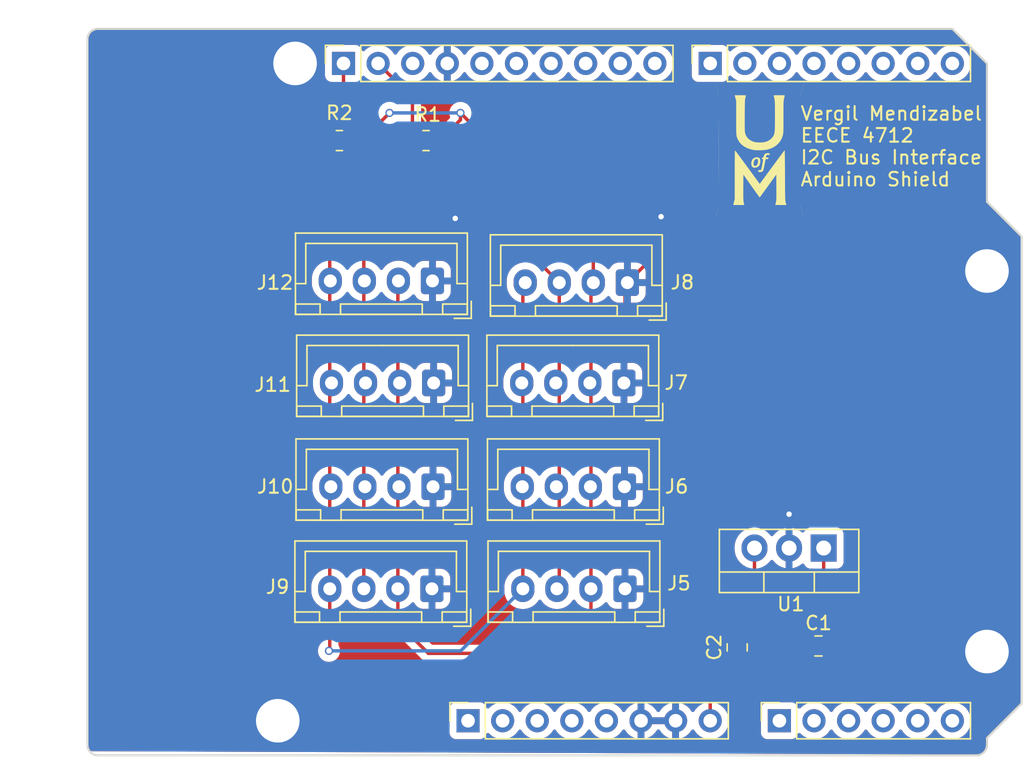
<source format=kicad_pcb>
(kicad_pcb (version 20221018) (generator pcbnew)
  (title_block (date "mar. 31 mars 2015"))
  (layers (0 "F.Cu" signal) (31 "B.Cu" signal) (34 "B.Paste" user) (35 "F.Paste" user) (36 "B.SilkS" user "B.Silkscreen") (37 "F.SilkS" user "F.Silkscreen") (38 "B.Mask" user) (39 "F.Mask" user) (44 "Edge.Cuts" user))
  (net 0 "")
  (net 1 "GND")
  (net 3 "Vcc")
  (net 4 "V_reg")
  (net 5 "13")
  (net 6 "12")
  (net 7 "11")
  (net 8 "10")
  (net 9 "9")
  (net 10 "8")
  (net 11 "7")
  (net 12 "6")
  (net 13 "5")
  (net 14 "4")
  (net 15 "3")
  (net 16 "2")
  (net 17 "TX{slash}1")
  (net 18 "RX{slash}0")
  (net 19 "IOREF")
  (net 20 "RESET")
  (net 21 "3.3V")
  (net 22 "SCL")
  (net 23 "SDA")
  (net 24 "AREF")
  (net 25 "A0")
  (net 26 "A1")
  (net 27 "A2")
  (net 28 "A3")
  (net 29 "A4")
  (net 30 "A5")
  (net 31 "5V")
  (footprint "Connector_PinSocket_2.54mm:PinSocket_1x08_P2.54mm_Vertical" (layer "F.Cu") (at 127.94 97.46 90)
    (fp_text reference "J1" hide)
    (fp_text value "Power")
    (pad "1" thru_hole rect locked (at 0 0 90) (size 1.7 1.7) (drill 1) (layers "*.Cu" "*.Mask"))
    (pad "2" thru_hole oval locked (at 0 2.54 90) (size 1.7 1.7) (drill 1) (layers "*.Cu" "*.Mask") (net 19 "IOREF"))
    (pad "3" thru_hole oval locked (at 0 5.08 90) (size 1.7 1.7) (drill 1) (layers "*.Cu" "*.Mask") (net 20 "RESET"))
    (pad "4" thru_hole oval locked (at 0 7.62 90) (size 1.7 1.7) (drill 1) (layers "*.Cu" "*.Mask") (net 21 "3.3V"))
    (pad "5" thru_hole oval locked (at 0 10.16 90) (size 1.7 1.7) (drill 1) (layers "*.Cu" "*.Mask") (net 31 "5V"))
    (pad "6" thru_hole oval locked (at 0 12.7 90) (size 1.7 1.7) (drill 1) (layers "*.Cu" "*.Mask") (net 1 "GND"))
    (pad "7" thru_hole oval locked (at 0 15.24 90) (size 1.7 1.7) (drill 1) (layers "*.Cu" "*.Mask") (net 1 "GND"))
    (pad "8" thru_hole oval locked (at 0 17.78 90) (size 1.7 1.7) (drill 1) (layers "*.Cu" "*.Mask") (net 3 "Vcc"))
  )
  (footprint "Connector_PinSocket_2.54mm:PinSocket_1x06_P2.54mm_Vertical" (layer "F.Cu") (at 150.8 97.46 90)
    (fp_text reference "J3" hide)
    (fp_text value "Analog")
    (pad "1" thru_hole rect locked (at 0 0 90) (size 1.7 1.7) (drill 1) (layers "*.Cu" "*.Mask") (net 25 "A0"))
    (pad "2" thru_hole oval locked (at 0 2.54 90) (size 1.7 1.7) (drill 1) (layers "*.Cu" "*.Mask") (net 26 "A1"))
    (pad "3" thru_hole oval locked (at 0 5.08 90) (size 1.7 1.7) (drill 1) (layers "*.Cu" "*.Mask") (net 27 "A2"))
    (pad "4" thru_hole oval locked (at 0 7.62 90) (size 1.7 1.7) (drill 1) (layers "*.Cu" "*.Mask") (net 28 "A3"))
    (pad "5" thru_hole oval locked (at 0 10.16 90) (size 1.7 1.7) (drill 1) (layers "*.Cu" "*.Mask") (net 29 "A4"))
    (pad "6" thru_hole oval locked (at 0 12.7 90) (size 1.7 1.7) (drill 1) (layers "*.Cu" "*.Mask") (net 30 "A5"))
  )
  (footprint "Connector_PinSocket_2.54mm:PinSocket_1x10_P2.54mm_Vertical" (layer "F.Cu") (at 118.796 49.2 90)
    (fp_text reference "J2" hide)
    (fp_text value "Digital/PWM")
    (pad "1" thru_hole rect locked (at 0 0 90) (size 1.7 1.7) (drill 1) (layers "*.Cu" "*.Mask") (net 22 "SCL"))
    (pad "2" thru_hole oval locked (at 0 2.54 90) (size 1.7 1.7) (drill 1) (layers "*.Cu" "*.Mask") (net 23 "SDA"))
    (pad "3" thru_hole oval locked (at 0 5.08 90) (size 1.7 1.7) (drill 1) (layers "*.Cu" "*.Mask") (net 24 "AREF"))
    (pad "4" thru_hole oval locked (at 0 7.62 90) (size 1.7 1.7) (drill 1) (layers "*.Cu" "*.Mask") (net 1 "GND"))
    (pad "5" thru_hole oval locked (at 0 10.16 90) (size 1.7 1.7) (drill 1) (layers "*.Cu" "*.Mask") (net 5 "13"))
    (pad "6" thru_hole oval locked (at 0 12.7 90) (size 1.7 1.7) (drill 1) (layers "*.Cu" "*.Mask") (net 6 "12"))
    (pad "7" thru_hole oval locked (at 0 15.24 90) (size 1.7 1.7) (drill 1) (layers "*.Cu" "*.Mask") (net 7 "11"))
    (pad "8" thru_hole oval locked (at 0 17.78 90) (size 1.7 1.7) (drill 1) (layers "*.Cu" "*.Mask") (net 8 "10"))
    (pad "9" thru_hole oval locked (at 0 20.32 90) (size 1.7 1.7) (drill 1) (layers "*.Cu" "*.Mask") (net 9 "9"))
    (pad "10" thru_hole oval locked (at 0 22.86 90) (size 1.7 1.7) (drill 1) (layers "*.Cu" "*.Mask") (net 10 "8"))
  )
  (footprint "Connector_PinSocket_2.54mm:PinSocket_1x08_P2.54mm_Vertical" (layer "F.Cu") (at 145.72 49.2 90)
    (fp_text reference "J4" hide)
    (fp_text value "Digital/PWM")
    (pad "1" thru_hole rect locked (at 0 0 90) (size 1.7 1.7) (drill 1) (layers "*.Cu" "*.Mask") (net 11 "7"))
    (pad "2" thru_hole oval locked (at 0 2.54 90) (size 1.7 1.7) (drill 1) (layers "*.Cu" "*.Mask") (net 12 "6"))
    (pad "3" thru_hole oval locked (at 0 5.08 90) (size 1.7 1.7) (drill 1) (layers "*.Cu" "*.Mask") (net 13 "5"))
    (pad "4" thru_hole oval locked (at 0 7.62 90) (size 1.7 1.7) (drill 1) (layers "*.Cu" "*.Mask") (net 14 "4"))
    (pad "5" thru_hole oval locked (at 0 10.16 90) (size 1.7 1.7) (drill 1) (layers "*.Cu" "*.Mask") (net 15 "3"))
    (pad "6" thru_hole oval locked (at 0 12.7 90) (size 1.7 1.7) (drill 1) (layers "*.Cu" "*.Mask") (net 16 "2"))
    (pad "7" thru_hole oval locked (at 0 15.24 90) (size 1.7 1.7) (drill 1) (layers "*.Cu" "*.Mask") (net 17 "TX{slash}1"))
    (pad "8" thru_hole oval locked (at 0 17.78 90) (size 1.7 1.7) (drill 1) (layers "*.Cu" "*.Mask") (net 18 "RX{slash}0"))
  )
  (footprint "Connector_JST:JST_XH_B4B-XH-A_1x04_P2.50mm_Vertical" (layer "F.Cu") (at 139.384 72.659 180)
    (fp_text reference "J7" (at -3.837 0.017) (layer "F.SilkS"))
    (fp_text value "Conn_01x04_Socket")
    (pad "1" thru_hole roundrect (at 0 0 180) (size 1.7 1.95) (drill 0.95) (layers "*.Cu" "*.Mask") (roundrect_rratio 0.1470588235) (net 1 "GND"))
    (pad "2" thru_hole oval (at 2.5 0 180) (size 1.7 1.95) (drill 0.95) (layers "*.Cu" "*.Mask") (net 4 "V_reg"))
    (pad "3" thru_hole oval (at 5 0 180) (size 1.7 1.95) (drill 0.95) (layers "*.Cu" "*.Mask") (net 23 "SDA"))
    (pad "4" thru_hole oval (at 7.5 0 180) (size 1.7 1.95) (drill 0.95) (layers "*.Cu" "*.Mask") (net 22 "SCL"))
  )
  (footprint "Package_TO_SOT_THT:TO-220-3_Vertical" (layer "F.Cu") (at 154.051 84.78 180)
    (fp_text reference "U1" (at 2.413 -4.12 180) (layer "F.SilkS"))
    (fp_text value "LM7805_TO220")
    (pad "1" thru_hole rect (at 0 0 180) (size 1.905 2) (drill 1.1) (layers "*.Cu" "*.Mask") (net 3 "Vcc"))
    (pad "2" thru_hole oval (at 2.54 0 180) (size 1.905 2) (drill 1.1) (layers "*.Cu" "*.Mask") (net 1 "GND"))
    (pad "3" thru_hole oval (at 5.08 0 180) (size 1.905 2) (drill 1.1) (layers "*.Cu" "*.Mask") (net 4 "V_reg"))
  )
  (footprint "Graphics:UofM" (layer "F.Cu") (at 149.352 55.499)
    (fp_text reference "G***" hide)
    (fp_text value "LOGO" hide)
  )
  (footprint "Connector_JST:JST_XH_B4B-XH-A_1x04_P2.50mm_Vertical" (layer "F.Cu") (at 139.464 87.772 180)
    (fp_text reference "J5" (at -3.957 0.398) (layer "F.SilkS"))
    (fp_text value "Conn_01x04_Socket")
    (pad "1" thru_hole roundrect (at 0 0 180) (size 1.7 1.95) (drill 0.95) (layers "*.Cu" "*.Mask") (roundrect_rratio 0.1470588235) (net 1 "GND"))
    (pad "2" thru_hole oval (at 2.5 0 180) (size 1.7 1.95) (drill 0.95) (layers "*.Cu" "*.Mask") (net 4 "V_reg"))
    (pad "3" thru_hole oval (at 5 0 180) (size 1.7 1.95) (drill 0.95) (layers "*.Cu" "*.Mask") (net 23 "SDA"))
    (pad "4" thru_hole oval (at 7.5 0 180) (size 1.7 1.95) (drill 0.95) (layers "*.Cu" "*.Mask") (net 22 "SCL"))
  )
  (footprint "Resistor_SMD:R_0805_2012Metric_Pad1.20x1.40mm_HandSolder" (layer "F.Cu") (at 124.857 54.864)
    (fp_text reference "R1" (at 0.127 -1.905 180) (layer "F.SilkS"))
    (fp_text value "4.7k")
    (pad "1" smd roundrect (at -1 0) (size 1.2 1.4) (layers "F.Cu" "F.Paste" "F.Mask") (roundrect_rratio 0.2083333333) (net 23 "SDA"))
    (pad "2" smd roundrect (at 1 0) (size 1.2 1.4) (layers "F.Cu" "F.Paste" "F.Mask") (roundrect_rratio 0.2083333333) (net 4 "V_reg"))
  )
  (footprint "Arduino_MountingHole:MountingHole_3.2mm" (layer "F.Cu") (at 115.24 49.2)
    (fp_text reference "MH1" hide)
    (fp_text value "MountingHole_3.2mm" hide)
    (pad "" np_thru_hole circle locked (at 0 0) (size 3.2 3.2) (drill 3.2) (layers "*.Cu" "*.Mask"))
  )
  (footprint "Resistor_SMD:R_0805_2012Metric_Pad1.20x1.40mm_HandSolder" (layer "F.Cu") (at 118.491 54.864)
    (fp_text reference "R2" (at 0 -2.032 180) (layer "F.SilkS"))
    (fp_text value "4.7k")
    (pad "1" smd roundrect (at -1 0) (size 1.2 1.4) (layers "F.Cu" "F.Paste" "F.Mask") (roundrect_rratio 0.2083333333) (net 22 "SCL"))
    (pad "2" smd roundrect (at 1 0) (size 1.2 1.4) (layers "F.Cu" "F.Paste" "F.Mask") (roundrect_rratio 0.2083333333) (net 4 "V_reg"))
  )
  (footprint "Capacitor_SMD:C_0805_2012Metric_Pad1.18x1.45mm_HandSolder" (layer "F.Cu") (at 147.701 92.075 90)
    (fp_text reference "C2" (at 0 -1.68 90) (layer "F.SilkS"))
    (fp_text value ".1u")
    (pad "1" smd roundrect (at -1.0375 0 90) (size 1.175 1.45) (layers "F.Cu" "F.Paste" "F.Mask") (roundrect_rratio 0.2127659574) (net 1 "GND"))
    (pad "2" smd roundrect (at 1.0375 0 90) (size 1.175 1.45) (layers "F.Cu" "F.Paste" "F.Mask") (roundrect_rratio 0.2127659574) (net 4 "V_reg"))
  )
  (footprint "Connector_JST:JST_XH_B4B-XH-A_1x04_P2.50mm_Vertical" (layer "F.Cu") (at 125.287 87.772 180)
    (fp_text reference "J9" (at 11.33 0.144) (layer "F.SilkS"))
    (fp_text value "Conn_01x04_Socket")
    (pad "1" thru_hole roundrect (at 0 0 180) (size 1.7 1.95) (drill 0.95) (layers "*.Cu" "*.Mask") (roundrect_rratio 0.1470588235) (net 1 "GND"))
    (pad "2" thru_hole oval (at 2.5 0 180) (size 1.7 1.95) (drill 0.95) (layers "*.Cu" "*.Mask") (net 4 "V_reg"))
    (pad "3" thru_hole oval (at 5 0 180) (size 1.7 1.95) (drill 0.95) (layers "*.Cu" "*.Mask") (net 23 "SDA"))
    (pad "4" thru_hole oval (at 7.5 0 180) (size 1.7 1.95) (drill 0.95) (layers "*.Cu" "*.Mask") (net 22 "SCL"))
  )
  (footprint "Capacitor_SMD:C_0805_2012Metric_Pad1.18x1.45mm_HandSolder" (layer "F.Cu") (at 153.67 91.9695)
    (fp_text reference "C1" (at 0 -1.68) (layer "F.SilkS"))
    (fp_text value ".33u")
    (pad "1" smd roundrect (at -1.0375 0) (size 1.175 1.45) (layers "F.Cu" "F.Paste" "F.Mask") (roundrect_rratio 0.2127659574) (net 1 "GND"))
    (pad "2" smd roundrect (at 1.0375 0) (size 1.175 1.45) (layers "F.Cu" "F.Paste" "F.Mask") (roundrect_rratio 0.2127659574) (net 3 "Vcc"))
  )
  (footprint "Connector_JST:JST_XH_B4B-XH-A_1x04_P2.50mm_Vertical" (layer "F.Cu") (at 125.327 65.166 180)
    (fp_text reference "J12" (at 11.564 -0.127) (layer "F.SilkS"))
    (fp_text value "Conn_01x04_Socket")
    (pad "1" thru_hole roundrect (at 0 0 180) (size 1.7 1.95) (drill 0.95) (layers "*.Cu" "*.Mask") (roundrect_rratio 0.1470588235) (net 1 "GND"))
    (pad "2" thru_hole oval (at 2.5 0 180) (size 1.7 1.95) (drill 0.95) (layers "*.Cu" "*.Mask") (net 4 "V_reg"))
    (pad "3" thru_hole oval (at 5 0 180) (size 1.7 1.95) (drill 0.95) (layers "*.Cu" "*.Mask") (net 23 "SDA"))
    (pad "4" thru_hole oval (at 7.5 0 180) (size 1.7 1.95) (drill 0.95) (layers "*.Cu" "*.Mask") (net 22 "SCL"))
  )
  (footprint "Connector_JST:JST_XH_B4B-XH-A_1x04_P2.50mm_Vertical" (layer "F.Cu") (at 125.367 80.279 180)
    (fp_text reference "J10" (at 11.584 0.017) (layer "F.SilkS"))
    (fp_text value "Conn_01x04_Socket")
    (pad "1" thru_hole roundrect (at 0 0 180) (size 1.7 1.95) (drill 0.95) (layers "*.Cu" "*.Mask") (roundrect_rratio 0.1470588235) (net 1 "GND"))
    (pad "2" thru_hole oval (at 2.5 0 180) (size 1.7 1.95) (drill 0.95) (layers "*.Cu" "*.Mask") (net 4 "V_reg"))
    (pad "3" thru_hole oval (at 5 0 180) (size 1.7 1.95) (drill 0.95) (layers "*.Cu" "*.Mask") (net 23 "SDA"))
    (pad "4" thru_hole oval (at 7.5 0 180) (size 1.7 1.95) (drill 0.95) (layers "*.Cu" "*.Mask") (net 22 "SCL"))
  )
  (footprint "Connector_JST:JST_XH_B4B-XH-A_1x04_P2.50mm_Vertical" (layer "F.Cu") (at 139.638 65.293 180)
    (fp_text reference "J8" (at -4.037 0.017) (layer "F.SilkS"))
    (fp_text value "Conn_01x04_Socket")
    (pad "1" thru_hole roundrect (at 0 0 180) (size 1.7 1.95) (drill 0.95) (layers "*.Cu" "*.Mask") (roundrect_rratio 0.1470588235) (net 1 "GND"))
    (pad "2" thru_hole oval (at 2.5 0 180) (size 1.7 1.95) (drill 0.95) (layers "*.Cu" "*.Mask") (net 4 "V_reg"))
    (pad "3" thru_hole oval (at 5 0 180) (size 1.7 1.95) (drill 0.95) (layers "*.Cu" "*.Mask") (net 23 "SDA"))
    (pad "4" thru_hole oval (at 7.5 0 180) (size 1.7 1.95) (drill 0.95) (layers "*.Cu" "*.Mask") (net 22 "SCL"))
  )
  (footprint "Arduino_MountingHole:MountingHole_3.2mm" (layer "F.Cu") (at 113.97 97.46)
    (fp_text reference "MH2" hide)
    (fp_text value "MountingHole_3.2mm" hide)
    (pad "" np_thru_hole circle locked (at 0 0) (size 3.2 3.2) (drill 3.2) (layers "*.Cu" "*.Mask"))
  )
  (footprint "Arduino_MountingHole:MountingHole_3.2mm" (layer "F.Cu") (at 166.04 64.44)
    (fp_text reference "MH3" hide)
    (fp_text value "MountingHole_3.2mm" hide)
    (pad "" np_thru_hole circle locked (at 0 0) (size 3.2 3.2) (drill 3.2) (layers "*.Cu" "*.Mask"))
  )
  (footprint "Arduino_MountingHole:MountingHole_3.2mm" (layer "F.Cu") (at 166.04 92.38)
    (fp_text reference "MH4" hide)
    (fp_text value "MountingHole_3.2mm" hide)
    (pad "" np_thru_hole circle locked (at 0 0) (size 3.2 3.2) (drill 3.2) (layers "*.Cu" "*.Mask"))
  )
  (footprint "Connector_JST:JST_XH_B4B-XH-A_1x04_P2.50mm_Vertical" (layer "F.Cu") (at 139.424 80.279 180)
    (fp_text reference "J6" (at -3.83 0.017) (layer "F.SilkS"))
    (fp_text value "Conn_01x04_Socket")
    (pad "1" thru_hole roundrect (at 0 0 180) (size 1.7 1.95) (drill 0.95) (layers "*.Cu" "*.Mask") (roundrect_rratio 0.1470588235) (net 1 "GND"))
    (pad "2" thru_hole oval (at 2.5 0 180) (size 1.7 1.95) (drill 0.95) (layers "*.Cu" "*.Mask") (net 4 "V_reg"))
    (pad "3" thru_hole oval (at 5 0 180) (size 1.7 1.95) (drill 0.95) (layers "*.Cu" "*.Mask") (net 23 "SDA"))
    (pad "4" thru_hole oval (at 7.5 0 180) (size 1.7 1.95) (drill 0.95) (layers "*.Cu" "*.Mask") (net 22 "SCL"))
  )
  (footprint "Connector_JST:JST_XH_B4B-XH-A_1x04_P2.50mm_Vertical" (layer "F.Cu") (at 125.414 72.659 180)
    (fp_text reference "J11" (at 11.818 -0.127) (layer "F.SilkS"))
    (fp_text value "Conn_01x04_Socket")
    (pad "1" thru_hole roundrect (at 0 0 180) (size 1.7 1.95) (drill 0.95) (layers "*.Cu" "*.Mask") (roundrect_rratio 0.1470588235) (net 1 "GND"))
    (pad "2" thru_hole oval (at 2.5 0 180) (size 1.7 1.95) (drill 0.95) (layers "*.Cu" "*.Mask") (net 4 "V_reg"))
    (pad "3" thru_hole oval (at 5 0 180) (size 1.7 1.95) (drill 0.95) (layers "*.Cu" "*.Mask") (net 23 "SDA"))
    (pad "4" thru_hole oval (at 7.5 0 180) (size 1.7 1.95) (drill 0.95) (layers "*.Cu" "*.Mask") (net 22 "SCL"))
  )
  (gr_line (start 166.04 59.36) (end 168.58 61.9) (stroke (width 0.15)) (layer "Edge.Cuts"))
  (gr_line (start 100 99.238) (end 100 47.422) (stroke (width 0.15)) (layer "Edge.Cuts"))
  (gr_line (start 168.58 61.9) (end 168.58 96.19) (stroke (width 0.15)) (layer "Edge.Cuts"))
  (gr_line (start 165.278 100) (end 100.762 100) (stroke (width 0.15)) (layer "Edge.Cuts"))
  (gr_line (start 100.762 46.66) (end 163.5 46.66) (stroke (width 0.15)) (layer "Edge.Cuts"))
  (gr_arc (start 100.762 100) (mid 100.223185 99.776815) (end 100 99.238) (stroke (width 0.15)) (layer "Edge.Cuts"))
  (gr_line (start 168.58 96.19) (end 166.04 98.73) (stroke (width 0.15)) (layer "Edge.Cuts"))
  (gr_line (start 163.5 46.66) (end 166.04 49.2) (stroke (width 0.15)) (layer "Edge.Cuts"))
  (gr_arc (start 166.04 99.238) (mid 165.816815 99.776815) (end 165.278 100) (stroke (width 0.15)) (layer "Edge.Cuts"))
  (gr_line (start 166.04 49.2) (end 166.04 59.36) (stroke (width 0.15)) (layer "Edge.Cuts"))
  (gr_line (start 166.04 98.73) (end 166.04 99.238) (stroke (width 0.15)) (layer "Edge.Cuts"))
  (gr_arc (start 100 47.422) (mid 100.223185 46.883185) (end 100.762 46.66) (stroke (width 0.15)) (layer "Edge.Cuts"))
  (gr_text "Vergil Mendizabel\nEECE 4712\nI2C Bus Interface\nArduino Shield" (at 152.273 58.293) (layer "F.SilkS") (effects (font (size 1 1)) (justify left bottom)))
  (segment (start 151.511 89.408) (end 151.511 84.78) (width 0.25) (layer "F.Cu") (net 1))
  (segment (start 149.987 93.1125) (end 151.4895 93.1125) (width 0.25) (layer "F.Cu") (net 1))
  (segment (start 125.327 87.732) (end 125.287 87.772) (width 0.25) (layer "F.Cu") (net 1))
  (segment (start 151.4895 93.1125) (end 152.6325 91.9695) (width 0.25) (layer "F.Cu") (net 1))
  (segment (start 147.701 93.1125) (end 149.987 93.1125) (width 0.25) (layer "F.Cu") (net 1))
  (segment (start 125.327 62.252) (end 127 60.579) (width 0.25) (layer "F.Cu") (net 1))
  (segment (start 149.987 90.932) (end 151.511 89.408) (width 0.25) (layer "F.Cu") (net 1))
  (segment (start 139.464 65.467) (end 139.638 65.293) (width 0.25) (layer "F.Cu") (net 1))
  (segment (start 149.987 93.1125) (end 149.987 90.932) (width 0.25) (layer "F.Cu") (net 1))
  (segment (start 125.327 65.166) (end 125.327 62.252) (width 0.25) (layer "F.Cu") (net 1))
  (segment (start 139.638 65.293) (end 142.113 62.818) (width 0.25) (layer "F.Cu") (net 1))
  (segment (start 125.327 65.166) (end 125.327 87.732) (width 0.25) (layer "F.Cu") (net 1))
  (segment (start 151.511 84.78) (end 151.511 82.296) (width 0.25) (layer "F.Cu") (net 1))
  (segment (start 142.113 62.818) (end 142.113 60.452) (width 0.25) (layer "F.Cu") (net 1))
  (segment (start 139.464 87.772) (end 139.464 65.467) (width 0.25) (layer "F.Cu") (net 1))
  (via (at 142.113 60.452) (size 0.6) (drill 0.4) (layers "F.Cu" "B.Cu") (net 1))
  (via (at 127 60.579) (size 0.6) (drill 0.4) (layers "F.Cu" "B.Cu") (net 1))
  (via (at 151.511 82.296) (size 0.6) (drill 0.4) (layers "F.Cu" "B.Cu") (net 1))
  (segment (start 154.051 91.313) (end 154.051 84.78) (width 0.25) (layer "F.Cu") (net 3))
  (segment (start 151.681 94.996) (end 154.7075 91.9695) (width 0.25) (layer "F.Cu") (net 3))
  (segment (start 145.72 95.707) (end 146.431 94.996) (width 0.25) (layer "F.Cu") (net 3))
  (segment (start 154.7075 91.9695) (end 154.051 91.313) (width 0.25) (layer "F.Cu") (net 3))
  (segment (start 146.431 94.996) (end 151.681 94.996) (width 0.25) (layer "F.Cu") (net 3))
  (segment (start 145.72 97.46) (end 145.72 95.707) (width 0.25) (layer "F.Cu") (net 3))
  (segment (start 136.964 87.772) (end 136.964 65.467) (width 0.25) (layer "F.Cu") (net 4))
  (segment (start 142.621 93.726) (end 138.176 93.726) (width 0.25) (layer "F.Cu") (net 4))
  (segment (start 122.787 90.275) (end 122.787 87.772) (width 0.25) (layer "F.Cu") (net 4))
  (segment (start 147.701 91.0375) (end 145.3095 91.0375) (width 0.25) (layer "F.Cu") (net 4))
  (segment (start 136.964 92.514) (end 136.964 87.772) (width 0.25) (layer "F.Cu") (net 4))
  (segment (start 125.857 54.864) (end 127.381 53.34) (width 0.25) (layer "F.Cu") (net 4))
  (segment (start 136.964 65.467) (end 137.138 65.293) (width 0.25) (layer "F.Cu") (net 4))
  (segment (start 122.787 65.206) (end 122.827 65.166) (width 0.25) (layer "F.Cu") (net 4))
  (segment (start 127.381 53.34) (end 127.381 52.832) (width 0.25) (layer "F.Cu") (net 4))
  (segment (start 119.491 54.864) (end 120.142 54.864) (width 0.25) (layer "F.Cu") (net 4))
  (segment (start 119.491 54.864) (end 119.491 54.499) (width 0.25) (layer "F.Cu") (net 4))
  (segment (start 120.142 54.864) (end 122.174 52.832) (width 0.25) (layer "F.Cu") (net 4))
  (segment (start 148.971 84.78) (end 148.971 89.7675) (width 0.25) (layer "F.Cu") (net 4))
  (segment (start 145.3095 91.0375) (end 142.621 93.726) (width 0.25) (layer "F.Cu") (net 4))
  (segment (start 127.381 52.832) (end 137.138 62.589) (width 0.25) (layer "F.Cu") (net 4))
  (segment (start 125.026 92.514) (end 122.787 90.275) (width 0.25) (layer "F.Cu") (net 4))
  (segment (start 138.176 93.726) (end 136.964 92.514) (width 0.25) (layer "F.Cu") (net 4))
  (segment (start 137.138 62.589) (end 137.138 65.293) (width 0.25) (layer "F.Cu") (net 4))
  (segment (start 122.787 87.772) (end 122.787 65.206) (width 0.25) (layer "F.Cu") (net 4))
  (segment (start 136.964 92.514) (end 125.026 92.514) (width 0.25) (layer "F.Cu") (net 4))
  (segment (start 148.971 89.7675) (end 147.701 91.0375) (width 0.25) (layer "F.Cu") (net 4))
  (via (at 127.381 52.832) (size 0.6) (drill 0.4) (layers "F.Cu" "B.Cu") (net 4))
  (via (at 122.174 52.832) (size 0.6) (drill 0.4) (layers "F.Cu" "B.Cu") (net 4))
  (segment (start 122.174 52.832) (end 127.381 52.832) (width 0.25) (layer "B.Cu") (net 4))
  (segment (start 118.796 49.2) (end 118.796 53.559) (width 0.25) (layer "F.Cu") (net 22))
  (segment (start 117.491 54.864) (end 117.787 55.16) (width 0.25) (layer "F.Cu") (net 22))
  (segment (start 117.787 55.16) (end 117.787 87.772) (width 0.25) (layer "F.Cu") (net 22))
  (segment (start 117.787 92.271) (end 117.729 92.329) (width 0.25) (layer "F.Cu") (net 22))
  (segment (start 118.796 53.559) (end 117.491 54.864) (width 0.25) (layer "F.Cu") (net 22))
  (segment (start 117.787 87.772) (end 117.787 92.271) (width 0.25) (layer "F.Cu") (net 22))
  (segment (start 131.964 87.772) (end 131.964 65.467) (width 0.25) (layer "F.Cu") (net 22))
  (segment (start 131.964 65.467) (end 132.138 65.293) (width 0.25) (layer "F.Cu") (net 22))
  (via (at 117.729 92.329) (size 0.6) (drill 0.4) (layers "F.Cu" "B.Cu") (net 22))
  (segment (start 117.729 92.329) (end 127.407 92.329) (width 0.25) (layer "B.Cu") (net 22))
  (segment (start 127.407 92.329) (end 131.964 87.772) (width 0.25) (layer "B.Cu") (net 22))
  (segment (start 120.287 58.434) (end 127.779 58.434) (width 0.25) (layer "F.Cu") (net 23))
  (segment (start 127.779 58.434) (end 134.638 65.293) (width 0.25) (layer "F.Cu") (net 23))
  (segment (start 120.287 58.434) (end 120.287 87.772) (width 0.25) (layer "F.Cu") (net 23))
  (segment (start 121.336 49.2) (end 123.857 51.721) (width 0.25) (layer "F.Cu") (net 23))
  (segment (start 134.638 65.293) (end 134.638 87.598) (width 0.25) (layer "F.Cu") (net 23))
  (segment (start 123.857 51.721) (end 123.857 54.864) (width 0.25) (layer "F.Cu") (net 23))
  (segment (start 134.638 87.598) (end 134.464 87.772) (width 0.25) (layer "F.Cu") (net 23))
  (segment (start 123.857 54.864) (end 120.287 58.434) (width 0.25) (layer "F.Cu") (net 23))
  (zone (net 1) (net_name "GND") (layers "F&B.Cu") (connect_pads (clearance 0.508)) (min_thickness 0.25) (fill yes (thermal_gap 0.5) (thermal_bridge_width 0.5))
    (polygon (pts (xy 100.076 46.609) (xy 168.656 46.609) (xy 168.783 99.949) (xy 99.949 99.695)))
  )
)
</source>
